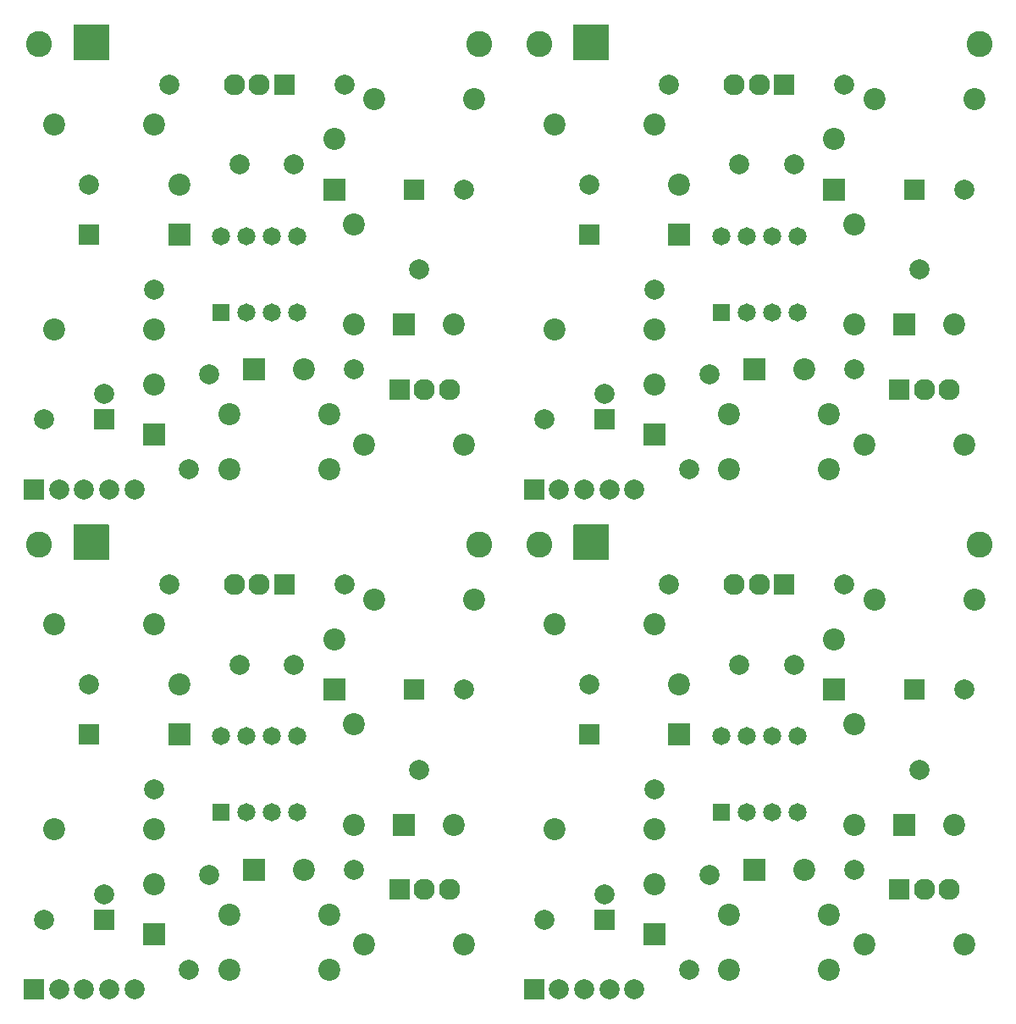
<source format=gbr>
G04 EAGLE Gerber RS-274X export*
G75*
%MOMM*%
%FSLAX34Y34*%
%LPD*%
%INSoldermask Top*%
%IPPOS*%
%AMOC8*
5,1,8,0,0,1.08239X$1,22.5*%
G01*
%ADD10R,2.200000X2.200000*%
%ADD11C,2.200000*%
%ADD12R,2.000000X2.000000*%
%ADD13C,2.000000*%
%ADD14R,2.130400X2.130400*%
%ADD15C,2.130400*%
%ADD16R,1.812800X1.812800*%
%ADD17C,1.812800*%
%ADD18C,2.600000*%

G36*
X599020Y954242D02*
X599020Y954242D01*
X599039Y954240D01*
X599141Y954262D01*
X599243Y954279D01*
X599260Y954288D01*
X599280Y954292D01*
X599369Y954345D01*
X599460Y954394D01*
X599474Y954408D01*
X599491Y954418D01*
X599558Y954497D01*
X599630Y954572D01*
X599638Y954590D01*
X599651Y954605D01*
X599690Y954701D01*
X599733Y954795D01*
X599735Y954815D01*
X599743Y954833D01*
X599761Y955000D01*
X599761Y989000D01*
X599758Y989020D01*
X599760Y989039D01*
X599738Y989141D01*
X599722Y989243D01*
X599712Y989260D01*
X599708Y989280D01*
X599655Y989369D01*
X599606Y989460D01*
X599592Y989474D01*
X599582Y989491D01*
X599503Y989558D01*
X599428Y989630D01*
X599410Y989638D01*
X599395Y989651D01*
X599299Y989690D01*
X599205Y989733D01*
X599185Y989735D01*
X599167Y989743D01*
X599000Y989761D01*
X565000Y989761D01*
X564980Y989758D01*
X564961Y989760D01*
X564859Y989738D01*
X564757Y989722D01*
X564740Y989712D01*
X564720Y989708D01*
X564631Y989655D01*
X564540Y989606D01*
X564526Y989592D01*
X564509Y989582D01*
X564442Y989503D01*
X564371Y989428D01*
X564362Y989410D01*
X564349Y989395D01*
X564310Y989299D01*
X564267Y989205D01*
X564265Y989185D01*
X564257Y989167D01*
X564239Y989000D01*
X564239Y955000D01*
X564242Y954980D01*
X564240Y954961D01*
X564262Y954859D01*
X564279Y954757D01*
X564288Y954740D01*
X564292Y954720D01*
X564345Y954631D01*
X564394Y954540D01*
X564408Y954526D01*
X564418Y954509D01*
X564497Y954442D01*
X564572Y954371D01*
X564590Y954362D01*
X564605Y954349D01*
X564701Y954310D01*
X564795Y954267D01*
X564815Y954265D01*
X564833Y954257D01*
X565000Y954239D01*
X599000Y954239D01*
X599020Y954242D01*
G37*
G36*
X99020Y954242D02*
X99020Y954242D01*
X99039Y954240D01*
X99141Y954262D01*
X99243Y954279D01*
X99260Y954288D01*
X99280Y954292D01*
X99369Y954345D01*
X99460Y954394D01*
X99474Y954408D01*
X99491Y954418D01*
X99558Y954497D01*
X99630Y954572D01*
X99638Y954590D01*
X99651Y954605D01*
X99690Y954701D01*
X99733Y954795D01*
X99735Y954815D01*
X99743Y954833D01*
X99761Y955000D01*
X99761Y989000D01*
X99758Y989020D01*
X99760Y989039D01*
X99738Y989141D01*
X99722Y989243D01*
X99712Y989260D01*
X99708Y989280D01*
X99655Y989369D01*
X99606Y989460D01*
X99592Y989474D01*
X99582Y989491D01*
X99503Y989558D01*
X99428Y989630D01*
X99410Y989638D01*
X99395Y989651D01*
X99299Y989690D01*
X99205Y989733D01*
X99185Y989735D01*
X99167Y989743D01*
X99000Y989761D01*
X65000Y989761D01*
X64980Y989758D01*
X64961Y989760D01*
X64859Y989738D01*
X64757Y989722D01*
X64740Y989712D01*
X64720Y989708D01*
X64631Y989655D01*
X64540Y989606D01*
X64526Y989592D01*
X64509Y989582D01*
X64442Y989503D01*
X64371Y989428D01*
X64362Y989410D01*
X64349Y989395D01*
X64310Y989299D01*
X64267Y989205D01*
X64265Y989185D01*
X64257Y989167D01*
X64239Y989000D01*
X64239Y955000D01*
X64242Y954980D01*
X64240Y954961D01*
X64262Y954859D01*
X64279Y954757D01*
X64288Y954740D01*
X64292Y954720D01*
X64345Y954631D01*
X64394Y954540D01*
X64408Y954526D01*
X64418Y954509D01*
X64497Y954442D01*
X64572Y954371D01*
X64590Y954362D01*
X64605Y954349D01*
X64701Y954310D01*
X64795Y954267D01*
X64815Y954265D01*
X64833Y954257D01*
X65000Y954239D01*
X99000Y954239D01*
X99020Y954242D01*
G37*
G36*
X599020Y454242D02*
X599020Y454242D01*
X599039Y454240D01*
X599141Y454262D01*
X599243Y454279D01*
X599260Y454288D01*
X599280Y454292D01*
X599369Y454345D01*
X599460Y454394D01*
X599474Y454408D01*
X599491Y454418D01*
X599558Y454497D01*
X599630Y454572D01*
X599638Y454590D01*
X599651Y454605D01*
X599690Y454701D01*
X599733Y454795D01*
X599735Y454815D01*
X599743Y454833D01*
X599761Y455000D01*
X599761Y489000D01*
X599758Y489020D01*
X599760Y489039D01*
X599738Y489141D01*
X599722Y489243D01*
X599712Y489260D01*
X599708Y489280D01*
X599655Y489369D01*
X599606Y489460D01*
X599592Y489474D01*
X599582Y489491D01*
X599503Y489558D01*
X599428Y489630D01*
X599410Y489638D01*
X599395Y489651D01*
X599299Y489690D01*
X599205Y489733D01*
X599185Y489735D01*
X599167Y489743D01*
X599000Y489761D01*
X565000Y489761D01*
X564980Y489758D01*
X564961Y489760D01*
X564859Y489738D01*
X564757Y489722D01*
X564740Y489712D01*
X564720Y489708D01*
X564631Y489655D01*
X564540Y489606D01*
X564526Y489592D01*
X564509Y489582D01*
X564442Y489503D01*
X564371Y489428D01*
X564362Y489410D01*
X564349Y489395D01*
X564310Y489299D01*
X564267Y489205D01*
X564265Y489185D01*
X564257Y489167D01*
X564239Y489000D01*
X564239Y455000D01*
X564242Y454980D01*
X564240Y454961D01*
X564262Y454859D01*
X564279Y454757D01*
X564288Y454740D01*
X564292Y454720D01*
X564345Y454631D01*
X564394Y454540D01*
X564408Y454526D01*
X564418Y454509D01*
X564497Y454442D01*
X564572Y454371D01*
X564590Y454362D01*
X564605Y454349D01*
X564701Y454310D01*
X564795Y454267D01*
X564815Y454265D01*
X564833Y454257D01*
X565000Y454239D01*
X599000Y454239D01*
X599020Y454242D01*
G37*
G36*
X99020Y454242D02*
X99020Y454242D01*
X99039Y454240D01*
X99141Y454262D01*
X99243Y454279D01*
X99260Y454288D01*
X99280Y454292D01*
X99369Y454345D01*
X99460Y454394D01*
X99474Y454408D01*
X99491Y454418D01*
X99558Y454497D01*
X99630Y454572D01*
X99638Y454590D01*
X99651Y454605D01*
X99690Y454701D01*
X99733Y454795D01*
X99735Y454815D01*
X99743Y454833D01*
X99761Y455000D01*
X99761Y489000D01*
X99758Y489020D01*
X99760Y489039D01*
X99738Y489141D01*
X99722Y489243D01*
X99712Y489260D01*
X99708Y489280D01*
X99655Y489369D01*
X99606Y489460D01*
X99592Y489474D01*
X99582Y489491D01*
X99503Y489558D01*
X99428Y489630D01*
X99410Y489638D01*
X99395Y489651D01*
X99299Y489690D01*
X99205Y489733D01*
X99185Y489735D01*
X99167Y489743D01*
X99000Y489761D01*
X65000Y489761D01*
X64980Y489758D01*
X64961Y489760D01*
X64859Y489738D01*
X64757Y489722D01*
X64740Y489712D01*
X64720Y489708D01*
X64631Y489655D01*
X64540Y489606D01*
X64526Y489592D01*
X64509Y489582D01*
X64442Y489503D01*
X64371Y489428D01*
X64362Y489410D01*
X64349Y489395D01*
X64310Y489299D01*
X64267Y489205D01*
X64265Y489185D01*
X64257Y489167D01*
X64239Y489000D01*
X64239Y455000D01*
X64242Y454980D01*
X64240Y454961D01*
X64262Y454859D01*
X64279Y454757D01*
X64288Y454740D01*
X64292Y454720D01*
X64345Y454631D01*
X64394Y454540D01*
X64408Y454526D01*
X64418Y454509D01*
X64497Y454442D01*
X64572Y454371D01*
X64590Y454362D01*
X64605Y454349D01*
X64701Y454310D01*
X64795Y454267D01*
X64815Y454265D01*
X64833Y454257D01*
X65000Y454239D01*
X99000Y454239D01*
X99020Y454242D01*
G37*
D10*
X170000Y280000D03*
D11*
X170000Y330000D03*
D12*
X80000Y280000D03*
D13*
X80000Y330000D03*
D11*
X320000Y45000D03*
X220000Y45000D03*
X320000Y100000D03*
X220000Y100000D03*
X145000Y390000D03*
X45000Y390000D03*
X465000Y415000D03*
X365000Y415000D03*
D14*
X275000Y430000D03*
D15*
X250000Y430000D03*
X225000Y430000D03*
D12*
X405000Y325000D03*
D13*
X455000Y325000D03*
D10*
X325000Y325000D03*
D11*
X325000Y375000D03*
D16*
X211900Y201900D03*
D17*
X237300Y201900D03*
X237300Y278100D03*
X211900Y278100D03*
X262700Y201900D03*
X288100Y201900D03*
X262700Y278100D03*
X288100Y278100D03*
D10*
X245000Y145000D03*
D11*
X295000Y145000D03*
D10*
X395000Y190000D03*
D11*
X445000Y190000D03*
X345000Y190000D03*
X345000Y290000D03*
D13*
X285000Y350000D03*
X180000Y45000D03*
X200000Y140000D03*
X145000Y225000D03*
X230000Y350000D03*
X35000Y95000D03*
X160000Y430000D03*
X335000Y430000D03*
X410000Y245000D03*
X345000Y145000D03*
D18*
X470000Y470000D03*
X30000Y470000D03*
D12*
X25000Y25000D03*
D13*
X50000Y25000D03*
X75000Y25000D03*
X100000Y25000D03*
X125000Y25000D03*
D11*
X45000Y185000D03*
X145000Y185000D03*
D10*
X145000Y80000D03*
D11*
X145000Y130000D03*
D12*
X95000Y95000D03*
D13*
X95000Y120400D03*
D14*
X390000Y125000D03*
D15*
X415000Y125000D03*
X440000Y125000D03*
D11*
X455000Y70000D03*
X355000Y70000D03*
D10*
X170000Y780000D03*
D11*
X170000Y830000D03*
D12*
X80000Y780000D03*
D13*
X80000Y830000D03*
D11*
X320000Y545000D03*
X220000Y545000D03*
X320000Y600000D03*
X220000Y600000D03*
X145000Y890000D03*
X45000Y890000D03*
X465000Y915000D03*
X365000Y915000D03*
D14*
X275000Y930000D03*
D15*
X250000Y930000D03*
X225000Y930000D03*
D12*
X405000Y825000D03*
D13*
X455000Y825000D03*
D10*
X325000Y825000D03*
D11*
X325000Y875000D03*
D16*
X211900Y701900D03*
D17*
X237300Y701900D03*
X237300Y778100D03*
X211900Y778100D03*
X262700Y701900D03*
X288100Y701900D03*
X262700Y778100D03*
X288100Y778100D03*
D10*
X245000Y645000D03*
D11*
X295000Y645000D03*
D10*
X395000Y690000D03*
D11*
X445000Y690000D03*
X345000Y690000D03*
X345000Y790000D03*
D13*
X285000Y850000D03*
X180000Y545000D03*
X200000Y640000D03*
X145000Y725000D03*
X230000Y850000D03*
X35000Y595000D03*
X160000Y930000D03*
X335000Y930000D03*
X410000Y745000D03*
X345000Y645000D03*
D18*
X470000Y970000D03*
X30000Y970000D03*
D12*
X25000Y525000D03*
D13*
X50000Y525000D03*
X75000Y525000D03*
X100000Y525000D03*
X125000Y525000D03*
D11*
X45000Y685000D03*
X145000Y685000D03*
D10*
X145000Y580000D03*
D11*
X145000Y630000D03*
D12*
X95000Y595000D03*
D13*
X95000Y620400D03*
D14*
X390000Y625000D03*
D15*
X415000Y625000D03*
X440000Y625000D03*
D11*
X455000Y570000D03*
X355000Y570000D03*
D10*
X670000Y280000D03*
D11*
X670000Y330000D03*
D12*
X580000Y280000D03*
D13*
X580000Y330000D03*
D11*
X820000Y45000D03*
X720000Y45000D03*
X820000Y100000D03*
X720000Y100000D03*
X645000Y390000D03*
X545000Y390000D03*
X965000Y415000D03*
X865000Y415000D03*
D14*
X775000Y430000D03*
D15*
X750000Y430000D03*
X725000Y430000D03*
D12*
X905000Y325000D03*
D13*
X955000Y325000D03*
D10*
X825000Y325000D03*
D11*
X825000Y375000D03*
D16*
X711900Y201900D03*
D17*
X737300Y201900D03*
X737300Y278100D03*
X711900Y278100D03*
X762700Y201900D03*
X788100Y201900D03*
X762700Y278100D03*
X788100Y278100D03*
D10*
X745000Y145000D03*
D11*
X795000Y145000D03*
D10*
X895000Y190000D03*
D11*
X945000Y190000D03*
X845000Y190000D03*
X845000Y290000D03*
D13*
X785000Y350000D03*
X680000Y45000D03*
X700000Y140000D03*
X645000Y225000D03*
X730000Y350000D03*
X535000Y95000D03*
X660000Y430000D03*
X835000Y430000D03*
X910000Y245000D03*
X845000Y145000D03*
D18*
X970000Y470000D03*
X530000Y470000D03*
D12*
X525000Y25000D03*
D13*
X550000Y25000D03*
X575000Y25000D03*
X600000Y25000D03*
X625000Y25000D03*
D11*
X545000Y185000D03*
X645000Y185000D03*
D10*
X645000Y80000D03*
D11*
X645000Y130000D03*
D12*
X595000Y95000D03*
D13*
X595000Y120400D03*
D14*
X890000Y125000D03*
D15*
X915000Y125000D03*
X940000Y125000D03*
D11*
X955000Y70000D03*
X855000Y70000D03*
D10*
X670000Y780000D03*
D11*
X670000Y830000D03*
D12*
X580000Y780000D03*
D13*
X580000Y830000D03*
D11*
X820000Y545000D03*
X720000Y545000D03*
X820000Y600000D03*
X720000Y600000D03*
X645000Y890000D03*
X545000Y890000D03*
X965000Y915000D03*
X865000Y915000D03*
D14*
X775000Y930000D03*
D15*
X750000Y930000D03*
X725000Y930000D03*
D12*
X905000Y825000D03*
D13*
X955000Y825000D03*
D10*
X825000Y825000D03*
D11*
X825000Y875000D03*
D16*
X711900Y701900D03*
D17*
X737300Y701900D03*
X737300Y778100D03*
X711900Y778100D03*
X762700Y701900D03*
X788100Y701900D03*
X762700Y778100D03*
X788100Y778100D03*
D10*
X745000Y645000D03*
D11*
X795000Y645000D03*
D10*
X895000Y690000D03*
D11*
X945000Y690000D03*
X845000Y690000D03*
X845000Y790000D03*
D13*
X785000Y850000D03*
X680000Y545000D03*
X700000Y640000D03*
X645000Y725000D03*
X730000Y850000D03*
X535000Y595000D03*
X660000Y930000D03*
X835000Y930000D03*
X910000Y745000D03*
X845000Y645000D03*
D18*
X970000Y970000D03*
X530000Y970000D03*
D12*
X525000Y525000D03*
D13*
X550000Y525000D03*
X575000Y525000D03*
X600000Y525000D03*
X625000Y525000D03*
D11*
X545000Y685000D03*
X645000Y685000D03*
D10*
X645000Y580000D03*
D11*
X645000Y630000D03*
D12*
X595000Y595000D03*
D13*
X595000Y620400D03*
D14*
X890000Y625000D03*
D15*
X915000Y625000D03*
X940000Y625000D03*
D11*
X955000Y570000D03*
X855000Y570000D03*
M02*

</source>
